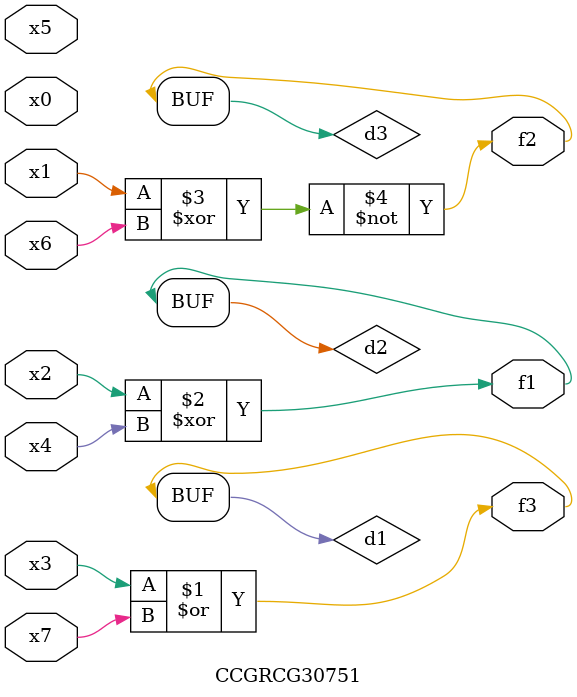
<source format=v>
module CCGRCG30751(
	input x0, x1, x2, x3, x4, x5, x6, x7,
	output f1, f2, f3
);

	wire d1, d2, d3;

	or (d1, x3, x7);
	xor (d2, x2, x4);
	xnor (d3, x1, x6);
	assign f1 = d2;
	assign f2 = d3;
	assign f3 = d1;
endmodule

</source>
